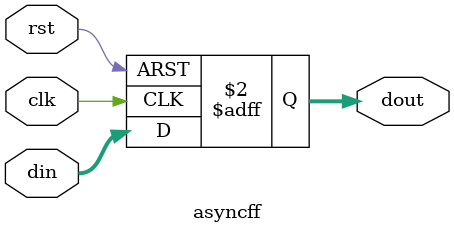
<source format=sv>
module asyncff #(
	parameter WIDTH = 32
	)(
	output logic [WIDTH-1:0] dout,
	input logic [WIDTH-1:0] din,
	input logic rst, clk
	);
	always_ff@(posedge clk, posedge rst) begin
		if(rst) dout <= 'd0;
		else dout <= din;
   end
endmodule

</source>
